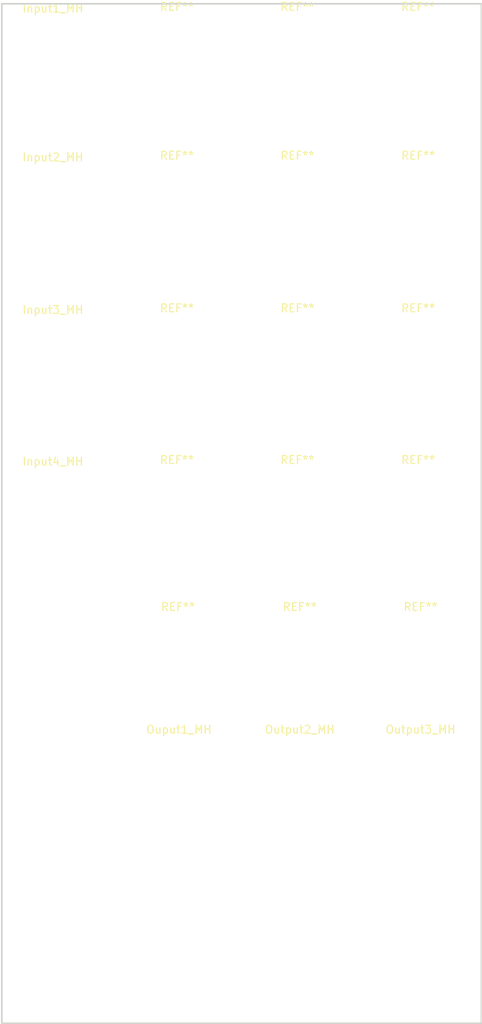
<source format=kicad_pcb>
(kicad_pcb (version 20240108) (generator "pcbnew") (generator_version "8.0")
  (layers (0 "F.Cu" signal) (31 "B.Cu" signal) (34 "B.Paste" user) (35 "F.Paste" user) (36 "B.SilkS" user "B.Silkscreen") (37 "F.SilkS" user "F.Silkscreen") (38 "B.Mask" user) (39 "F.Mask" user) (44 "Edge.Cuts" user))
  (net 0 "")
  (footprint "MountingHole:MountingHole_6.5mm" (layer "F.Cu") (at 123.598 78.3645)
    (property "Reference" "REF**" (at 0 -7.5 0) (layer "F.SilkS"))
    (property "Value" "MountingHole_6.5mm" (hide yes))
    (pad "" np_thru_hole circle (at 0 0) (size 6.5 6.5) (drill 6.5) (layers "F&B.Cu" "*.Mask"))
  )
  (footprint "MountingHole:MountingHole_6.4mm_M6" (layer "F.Cu") (at 123.725 115.915)
    (property "Reference" "REF**" (at 0 -7.4 0) (layer "F.SilkS"))
    (property "Value" "MountingHole_6.4mm_M6" (hide yes))
    (pad "" np_thru_hole circle (at 0 0) (size 6.4 6.4) (drill 6.4) (layers "F&B.Cu" "*.Mask"))
  )
  (footprint "MountingHole:MountingHole_6.4mm_M6" (layer "F.Cu") (at 154.332 131.376)
    (property "Reference" "Output3_MH" (at 0 -7.4 0) (layer "F.SilkS"))
    (property "Value" "MountingHole_6.4mm_M6" (hide yes))
    (pad "" np_thru_hole circle (at 0 0) (size 6.4 6.4) (drill 6.4) (layers "F&B.Cu" "*.Mask"))
  )
  (footprint "MountingHole:MountingHole_6.5mm" (layer "F.Cu") (at 154.038 78.3645)
    (property "Reference" "REF**" (at 0 -7.5 0) (layer "F.SilkS"))
    (property "Value" "MountingHole_6.5mm" (hide yes))
    (pad "" np_thru_hole circle (at 0 0) (size 6.5 6.5) (drill 6.5) (layers "F&B.Cu" "*.Mask"))
  )
  (footprint "MountingHole:MountingHole_6.5mm" (layer "F.Cu") (at 123.598 40.37)
    (property "Reference" "REF**" (at 0 -7.5 0) (layer "F.SilkS"))
    (property "Value" "MountingHole_6.5mm" (hide yes))
    (pad "" np_thru_hole circle (at 0 0) (size 6.5 6.5) (drill 6.5) (layers "*.Cu" "*.Mask"))
  )
  (footprint "MountingHole:MountingHole_6.5mm" (layer "F.Cu") (at 154.038 40.37)
    (property "Reference" "REF**" (at 0 -7.5 0) (layer "F.SilkS"))
    (property "Value" "MountingHole_6.5mm" (hide yes))
    (pad "" np_thru_hole circle (at 0 0) (size 6.5 6.5) (drill 6.5) (layers "F&B.Cu" "*.Mask"))
  )
  (footprint "MountingHole:MountingHole_6.5mm" (layer "F.Cu") (at 138.798 40.37)
    (property "Reference" "REF**" (at 0 -7.5 0) (layer "F.SilkS"))
    (property "Value" "MountingHole_6.5mm" (hide yes))
    (pad "" np_thru_hole circle (at 0 0) (size 6.5 6.5) (drill 6.5) (layers "F&B.Cu" "*.Mask"))
  )
  (footprint "MountingHole:MountingHole_6.5mm" (layer "F.Cu") (at 138.798 78.3645)
    (property "Reference" "REF**" (at 0 -7.5 0) (layer "F.SilkS"))
    (property "Value" "MountingHole_6.5mm" (hide yes))
    (pad "" np_thru_hole circle (at 0 0) (size 6.5 6.5) (drill 6.5) (layers "F&B.Cu" "*.Mask"))
  )
  (footprint "MountingHole:MountingHole_6.5mm" (layer "F.Cu") (at 154.038 59.13)
    (property "Reference" "REF**" (at 0 -7.5 0) (layer "F.SilkS"))
    (property "Value" "MountingHole_6.5mm" (hide yes))
    (pad "" np_thru_hole circle (at 0 0) (size 6.5 6.5) (drill 6.5) (layers "F&B.Cu" "*.Mask"))
  )
  (footprint "MountingHole:MountingHole_6.4mm_M6" (layer "F.Cu") (at 107.95 59.24)
    (property "Reference" "Input2_MH" (at 0 -7.4 0) (layer "F.SilkS"))
    (property "Value" "MountingHole_6.4mm_M6" (hide yes))
    (pad "" np_thru_hole circle (at 0 0) (size 6.4 6.4) (drill 6.4) (layers "F&B.Cu" "*.Mask"))
  )
  (footprint "MountingHole:MountingHole_6.4mm_M6" (layer "F.Cu") (at 107.95 40.48)
    (property "Reference" "Input1_MH" (at 0 -7.4 0) (layer "F.SilkS"))
    (property "Value" "MountingHole_6.4mm_M6" (hide yes))
    (pad "" np_thru_hole circle (at 0 0) (size 6.4 6.4) (drill 6.4) (layers "*.Cu" "*.Mask"))
  )
  (footprint "MountingHole:MountingHole_6.5mm" (layer "F.Cu") (at 123.598 97.484)
    (property "Reference" "REF**" (at 0 -7.5 0) (layer "F.SilkS"))
    (property "Value" "MountingHole_6.5mm" (hide yes))
    (pad "" np_thru_hole circle (at 0 0) (size 6.5 6.5) (drill 6.5) (layers "F&B.Cu" "*.Mask"))
  )
  (footprint "MountingHole:MountingHole_6.4mm_M6" (layer "F.Cu") (at 139.092 115.915)
    (property "Reference" "REF**" (at 0 -7.4 0) (layer "F.SilkS"))
    (property "Value" "MountingHole_6.4mm_M6" (hide yes))
    (pad "" np_thru_hole circle (at 0 0) (size 6.4 6.4) (drill 6.4) (layers "F&B.Cu" "*.Mask"))
  )
  (footprint "MountingHole:MountingHole_6.5mm" (layer "F.Cu") (at 138.798 59.13)
    (property "Reference" "REF**" (at 0 -7.5 0) (layer "F.SilkS"))
    (property "Value" "MountingHole_6.5mm" (hide yes))
    (pad "" np_thru_hole circle (at 0 0) (size 6.5 6.5) (drill 6.5) (layers "F&B.Cu" "*.Mask"))
  )
  (footprint "MountingHole:MountingHole_6.5mm" (layer "F.Cu") (at 138.798 97.484)
    (property "Reference" "REF**" (at 0 -7.5 0) (layer "F.SilkS"))
    (property "Value" "MountingHole_6.5mm" (hide yes))
    (pad "" np_thru_hole circle (at 0 0) (size 6.5 6.5) (drill 6.5) (layers "F&B.Cu" "*.Mask"))
  )
  (footprint "MountingHole:MountingHole_6.4mm_M6" (layer "F.Cu") (at 139.092 131.376)
    (property "Reference" "Output2_MH" (at 0 -7.4 0) (layer "F.SilkS"))
    (property "Value" "MountingHole_6.4mm_M6" (hide yes))
    (pad "" np_thru_hole circle (at 0 0) (size 6.4 6.4) (drill 6.4) (layers "F&B.Cu" "*.Mask"))
  )
  (footprint "MountingHole:MountingHole_6.5mm" (layer "F.Cu") (at 123.598 59.13)
    (property "Reference" "REF**" (at 0 -7.5 0) (layer "F.SilkS"))
    (property "Value" "MountingHole_6.5mm" (hide yes))
    (pad "" np_thru_hole circle (at 0 0) (size 6.5 6.5) (drill 6.5) (layers "F&B.Cu" "*.Mask"))
  )
  (footprint "MountingHole:MountingHole_6.4mm_M6" (layer "F.Cu") (at 154.332 115.915)
    (property "Reference" "REF**" (at 0 -7.4 0) (layer "F.SilkS"))
    (property "Value" "MountingHole_6.4mm_M6" (hide yes))
    (pad "" np_thru_hole circle (at 0 0) (size 6.4 6.4) (drill 6.4) (layers "F&B.Cu" "*.Mask"))
  )
  (footprint "MountingHole:MountingHole_6.5mm" (layer "F.Cu") (at 154.038 97.484)
    (property "Reference" "REF**" (at 0 -7.5 0) (layer "F.SilkS"))
    (property "Value" "MountingHole_6.5mm" (hide yes))
    (pad "" np_thru_hole circle (at 0 0) (size 6.5 6.5) (drill 6.5) (layers "F&B.Cu" "*.Mask"))
  )
  (footprint "MountingHole:MountingHole_6.4mm_M6" (layer "F.Cu") (at 107.95 97.594)
    (property "Reference" "Input4_MH" (at 0 -7.4 0) (layer "F.SilkS"))
    (property "Value" "MountingHole_6.4mm_M6" (hide yes))
    (pad "" np_thru_hole circle (at 0 0) (size 6.4 6.4) (drill 6.4) (layers "F&B.Cu" "*.Mask"))
  )
  (footprint "MountingHole:MountingHole_6.4mm_M6" (layer "F.Cu") (at 107.95 78.4745)
    (property "Reference" "Input3_MH" (at 0 -7.4 0) (layer "F.SilkS"))
    (property "Value" "MountingHole_6.4mm_M6" (hide yes))
    (pad "" np_thru_hole circle (at 0 0) (size 6.4 6.4) (drill 6.4) (layers "F&B.Cu" "*.Mask"))
  )
  (footprint "MountingHole:MountingHole_6.4mm_M6" (layer "F.Cu") (at 123.852 131.376)
    (property "Reference" "Ouput1_MH" (at 0 -7.4 0) (layer "F.SilkS"))
    (property "Value" "MountingHole_6.4mm_M6" (hide yes))
    (pad "" np_thru_hole circle (at 0 0) (size 6.4 6.4) (drill 6.4) (layers "F&B.Cu" "*.Mask"))
  )
  (gr_rect (start 101.5 32.5) (end 162 161) (stroke (width 0.2)) (fill none) (layer "Edge.Cuts"))
)
</source>
